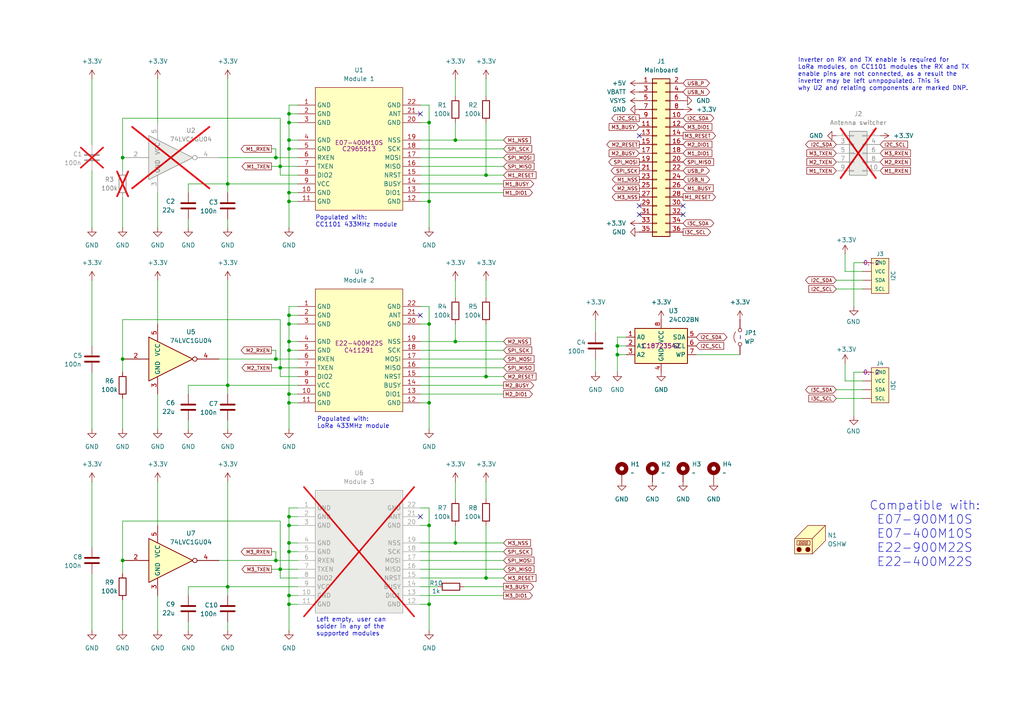
<source format=kicad_sch>
(kicad_sch (version 20250114) (generator "eeschema") (generator_version "9.0")
  (paper "A4")
  (title_block (title "Tanmatsu add-on: three EBYTE radio modules") (date "2025-05-16") (rev "0.1") (company "Nicolai Electronics") (comment 1 "License: CERN-OHL-P") (comment 2 "Copyright © 2025 Nicolai Electronics"))
  (text "Inverter on RX and TX enable is required for\nLoRa modules, on CC1101 modules the RX and TX\nenable pins are not connected, as a result the\ninverter may be left unnpopulated. This is\nwhy U2 and relating components are marked DNP." (at 231.394 16.764 0) (effects (font (size 1.27 1.27)) (justify left top)))
  (text "Compatible with:\nE07-900M10S\nE07-400M10S\nE22-900M22S\nE22-400M22S" (at 268.224 154.94 0) (effects (font (size 2.54 2.54))))
  (text "Left empty, user can\nsolder in any of the\nsupported modules" (at 91.694 179.07 0) (effects (font (size 1.27 1.27)) (justify left top)))
  (text "Populated with:\nLoRa 433MHz module" (at 91.948 120.904 0) (effects (font (size 1.27 1.27)) (justify left top)))
  (text "Populated with:\nCC1101 433MHz module" (at 91.44 62.484 0) (effects (font (size 1.27 1.27)) (justify left top)))
  (junction (at 124.46 93.98))
  (junction (at 83.82 114.3))
  (junction (at 83.82 58.42))
  (junction (at 81.28 106.68))
  (junction (at 83.82 160.02))
  (junction (at 83.82 35.56))
  (junction (at 140.97 167.64))
  (junction (at 83.82 172.72))
  (junction (at 83.82 55.88))
  (junction (at 83.82 116.84))
  (junction (at 80.01 104.14))
  (junction (at 140.97 109.22))
  (junction (at 83.82 93.98))
  (junction (at 66.04 53.34))
  (junction (at 83.82 101.6))
  (junction (at 132.08 99.06))
  (junction (at 81.28 165.1))
  (junction (at 35.56 162.56))
  (junction (at 83.82 91.44))
  (junction (at 83.82 149.86))
  (junction (at 83.82 40.64))
  (junction (at 66.04 111.76))
  (junction (at 66.04 170.18))
  (junction (at 83.82 152.4))
  (junction (at 80.01 45.72))
  (junction (at 132.08 157.48))
  (junction (at 80.01 162.56))
  (junction (at 83.82 99.06))
  (junction (at 124.46 58.42))
  (junction (at 132.08 40.64))
  (junction (at 124.46 35.56))
  (junction (at 83.82 175.26))
  (junction (at 83.82 43.18))
  (junction (at 124.46 175.26))
  (junction (at 179.07 100.33))
  (junction (at 124.46 116.84))
  (junction (at 124.46 152.4))
  (junction (at 35.56 104.14))
  (junction (at 140.97 50.8))
  (junction (at 83.82 157.48))
  (junction (at 35.56 45.72))
  (junction (at 179.07 102.87))
  (junction (at 83.82 33.02))
  (junction (at 81.28 48.26))
  (no_connect (at 121.92 91.44))
  (no_connect (at 185.42 59.69))
  (no_connect (at 121.92 149.86))
  (no_connect (at 198.12 62.23))
  (no_connect (at 185.42 62.23))
  (no_connect (at 185.42 39.37))
  (no_connect (at 121.92 33.02))
  (no_connect (at 198.12 59.69))
  (wire (pts (xy 66.04 81.28) (xy 66.04 111.76)))
  (wire (pts (xy 132.08 40.64) (xy 146.05 40.64)))
  (wire (pts (xy 121.92 35.56) (xy 124.46 35.56)))
  (wire (pts (xy 121.92 111.76) (xy 146.05 111.76)))
  (wire (pts (xy 66.04 66.04) (xy 66.04 63.5)))
  (wire (pts (xy 66.04 114.3) (xy 66.04 111.76)))
  (wire (pts (xy 247.65 107.95) (xy 247.65 120.65)))
  (wire (pts (xy 80.01 45.72) (xy 86.36 45.72)))
  (wire (pts (xy 83.82 172.72) (xy 86.36 172.72)))
  (wire (pts (xy 35.56 162.56) (xy 35.56 166.37)))
  (wire (pts (xy 245.11 73.66) (xy 245.11 78.74)))
  (wire (pts (xy 66.04 53.34) (xy 86.36 53.34)))
  (wire (pts (xy 179.07 100.33) (xy 179.07 97.79)))
  (wire (pts (xy 121.92 58.42) (xy 124.46 58.42)))
  (wire (pts (xy 121.92 99.06) (xy 132.08 99.06)))
  (wire (pts (xy 172.72 107.95) (xy 172.72 104.14)))
  (wire (pts (xy 83.82 58.42) (xy 83.82 66.04)))
  (wire (pts (xy 81.28 165.1) (xy 81.28 151.13)))
  (wire (pts (xy 83.82 35.56) (xy 83.82 40.64)))
  (wire (pts (xy 124.46 93.98) (xy 124.46 116.84)))
  (wire (pts (xy 83.82 149.86) (xy 86.36 149.86)))
  (wire (pts (xy 45.72 22.86) (xy 45.72 35.56)))
  (wire (pts (xy 132.08 157.48) (xy 146.05 157.48)))
  (wire (pts (xy 83.82 147.32) (xy 83.82 149.86)))
  (wire (pts (xy 146.05 170.18) (xy 134.62 170.18)))
  (wire (pts (xy 242.57 115.57) (xy 250.19 115.57)))
  (wire (pts (xy 83.82 43.18) (xy 86.36 43.18)))
  (wire (pts (xy 83.82 157.48) (xy 86.36 157.48)))
  (wire (pts (xy 78.74 160.02) (xy 80.01 160.02)))
  (wire (pts (xy 83.82 88.9) (xy 86.36 88.9)))
  (wire (pts (xy 26.67 81.28) (xy 26.67 100.33)))
  (wire (pts (xy 26.67 166.37) (xy 26.67 182.88)))
  (wire (pts (xy 179.07 102.87) (xy 179.07 100.33)))
  (wire (pts (xy 83.82 147.32) (xy 86.36 147.32)))
  (wire (pts (xy 121.92 160.02) (xy 146.05 160.02)))
  (wire (pts (xy 121.92 157.48) (xy 132.08 157.48)))
  (wire (pts (xy 121.92 88.9) (xy 124.46 88.9)))
  (wire (pts (xy 121.92 147.32) (xy 124.46 147.32)))
  (wire (pts (xy 81.28 106.68) (xy 81.28 92.71)))
  (wire (pts (xy 242.57 83.82) (xy 250.19 83.82)))
  (wire (pts (xy 83.82 99.06) (xy 83.82 101.6)))
  (wire (pts (xy 124.46 35.56) (xy 124.46 58.42)))
  (wire (pts (xy 26.67 107.95) (xy 26.67 124.46)))
  (wire (pts (xy 83.82 91.44) (xy 83.82 93.98)))
  (wire (pts (xy 66.04 170.18) (xy 86.36 170.18)))
  (wire (pts (xy 124.46 152.4) (xy 124.46 175.26)))
  (wire (pts (xy 81.28 167.64) (xy 86.36 167.64)))
  (wire (pts (xy 54.61 111.76) (xy 54.61 114.3)))
  (wire (pts (xy 81.28 48.26) (xy 81.28 50.8)))
  (wire (pts (xy 121.92 53.34) (xy 146.05 53.34)))
  (wire (pts (xy 250.19 76.2) (xy 247.65 76.2)))
  (wire (pts (xy 83.82 55.88) (xy 86.36 55.88)))
  (wire (pts (xy 250.19 107.95) (xy 247.65 107.95)))
  (wire (pts (xy 66.04 182.88) (xy 66.04 180.34)))
  (wire (pts (xy 35.56 104.14) (xy 35.56 107.95)))
  (wire (pts (xy 81.28 50.8) (xy 86.36 50.8)))
  (wire (pts (xy 81.28 109.22) (xy 86.36 109.22)))
  (wire (pts (xy 201.93 102.87) (xy 214.63 102.87)))
  (wire (pts (xy 121.92 93.98) (xy 124.46 93.98)))
  (wire (pts (xy 63.5 162.56) (xy 80.01 162.56)))
  (wire (pts (xy 78.74 101.6) (xy 80.01 101.6)))
  (wire (pts (xy 179.07 100.33) (xy 181.61 100.33)))
  (wire (pts (xy 124.46 58.42) (xy 124.46 66.04)))
  (wire (pts (xy 81.28 165.1) (xy 81.28 167.64)))
  (wire (pts (xy 124.46 30.48) (xy 124.46 35.56)))
  (wire (pts (xy 132.08 22.86) (xy 132.08 27.94)))
  (wire (pts (xy 81.28 106.68) (xy 86.36 106.68)))
  (wire (pts (xy 121.92 165.1) (xy 146.05 165.1)))
  (wire (pts (xy 78.74 48.26) (xy 81.28 48.26)))
  (wire (pts (xy 121.92 50.8) (xy 140.97 50.8)))
  (wire (pts (xy 132.08 139.7) (xy 132.08 144.78)))
  (wire (pts (xy 140.97 35.56) (xy 140.97 50.8)))
  (wire (pts (xy 132.08 81.28) (xy 132.08 86.36)))
  (wire (pts (xy 63.5 104.14) (xy 80.01 104.14)))
  (wire (pts (xy 81.28 106.68) (xy 81.28 109.22)))
  (wire (pts (xy 35.56 92.71) (xy 81.28 92.71)))
  (wire (pts (xy 66.04 22.86) (xy 66.04 53.34)))
  (wire (pts (xy 83.82 160.02) (xy 86.36 160.02)))
  (wire (pts (xy 80.01 101.6) (xy 80.01 104.14)))
  (wire (pts (xy 83.82 160.02) (xy 83.82 172.72)))
  (wire (pts (xy 140.97 139.7) (xy 140.97 144.78)))
  (wire (pts (xy 83.82 40.64) (xy 86.36 40.64)))
  (wire (pts (xy 140.97 22.86) (xy 140.97 27.94)))
  (wire (pts (xy 35.56 45.72) (xy 35.56 49.53)))
  (wire (pts (xy 124.46 175.26) (xy 124.46 182.88)))
  (wire (pts (xy 54.61 111.76) (xy 66.04 111.76)))
  (wire (pts (xy 83.82 114.3) (xy 86.36 114.3)))
  (wire (pts (xy 78.74 43.18) (xy 80.01 43.18)))
  (wire (pts (xy 83.82 116.84) (xy 83.82 124.46)))
  (wire (pts (xy 80.01 104.14) (xy 86.36 104.14)))
  (wire (pts (xy 83.82 35.56) (xy 86.36 35.56)))
  (wire (pts (xy 140.97 81.28) (xy 140.97 86.36)))
  (wire (pts (xy 54.61 170.18) (xy 66.04 170.18)))
  (wire (pts (xy 66.04 172.72) (xy 66.04 170.18)))
  (wire (pts (xy 54.61 53.34) (xy 54.61 55.88)))
  (wire (pts (xy 35.56 115.57) (xy 35.56 124.46)))
  (wire (pts (xy 121.92 45.72) (xy 146.05 45.72)))
  (wire (pts (xy 54.61 180.34) (xy 54.61 182.88)))
  (wire (pts (xy 26.67 49.53) (xy 26.67 66.04)))
  (wire (pts (xy 66.04 124.46) (xy 66.04 121.92)))
  (wire (pts (xy 83.82 40.64) (xy 83.82 43.18)))
  (wire (pts (xy 80.01 43.18) (xy 80.01 45.72)))
  (wire (pts (xy 83.82 175.26) (xy 83.82 182.88)))
  (wire (pts (xy 83.82 93.98) (xy 83.82 99.06)))
  (wire (pts (xy 121.92 101.6) (xy 146.05 101.6)))
  (wire (pts (xy 45.72 124.46) (xy 45.72 114.3)))
  (wire (pts (xy 140.97 93.98) (xy 140.97 109.22)))
  (wire (pts (xy 80.01 162.56) (xy 86.36 162.56)))
  (wire (pts (xy 132.08 35.56) (xy 132.08 40.64)))
  (wire (pts (xy 121.92 162.56) (xy 146.05 162.56)))
  (wire (pts (xy 247.65 76.2) (xy 247.65 88.9)))
  (wire (pts (xy 26.67 22.86) (xy 26.67 41.91)))
  (wire (pts (xy 81.28 48.26) (xy 86.36 48.26)))
  (wire (pts (xy 54.61 170.18) (xy 54.61 172.72)))
  (wire (pts (xy 121.92 40.64) (xy 132.08 40.64)))
  (wire (pts (xy 132.08 152.4) (xy 132.08 157.48)))
  (wire (pts (xy 83.82 114.3) (xy 83.82 116.84)))
  (wire (pts (xy 83.82 55.88) (xy 83.82 58.42)))
  (wire (pts (xy 35.56 151.13) (xy 35.56 162.56)))
  (wire (pts (xy 54.61 53.34) (xy 66.04 53.34)))
  (wire (pts (xy 66.04 111.76) (xy 86.36 111.76)))
  (wire (pts (xy 83.82 88.9) (xy 83.82 91.44)))
  (wire (pts (xy 54.61 63.5) (xy 54.61 66.04)))
  (wire (pts (xy 121.92 109.22) (xy 140.97 109.22)))
  (wire (pts (xy 124.46 88.9) (xy 124.46 93.98)))
  (wire (pts (xy 66.04 55.88) (xy 66.04 53.34)))
  (wire (pts (xy 66.04 139.7) (xy 66.04 170.18)))
  (wire (pts (xy 242.57 81.28) (xy 250.19 81.28)))
  (wire (pts (xy 35.56 34.29) (xy 35.56 45.72)))
  (wire (pts (xy 121.92 30.48) (xy 124.46 30.48)))
  (wire (pts (xy 121.92 48.26) (xy 146.05 48.26)))
  (wire (pts (xy 124.46 116.84) (xy 124.46 124.46)))
  (wire (pts (xy 63.5 45.72) (xy 80.01 45.72)))
  (wire (pts (xy 242.57 113.03) (xy 250.19 113.03)))
  (wire (pts (xy 83.82 152.4) (xy 86.36 152.4)))
  (wire (pts (xy 121.92 114.3) (xy 146.05 114.3)))
  (wire (pts (xy 121.92 55.88) (xy 146.05 55.88)))
  (wire (pts (xy 54.61 121.92) (xy 54.61 124.46)))
  (wire (pts (xy 121.92 152.4) (xy 124.46 152.4)))
  (wire (pts (xy 35.56 92.71) (xy 35.56 104.14)))
  (wire (pts (xy 78.74 165.1) (xy 81.28 165.1)))
  (wire (pts (xy 83.82 101.6) (xy 83.82 114.3)))
  (wire (pts (xy 121.92 167.64) (xy 140.97 167.64)))
  (wire (pts (xy 121.92 106.68) (xy 146.05 106.68)))
  (wire (pts (xy 35.56 173.99) (xy 35.56 182.88)))
  (wire (pts (xy 78.74 106.68) (xy 81.28 106.68)))
  (wire (pts (xy 140.97 109.22) (xy 146.05 109.22)))
  (wire (pts (xy 81.28 165.1) (xy 86.36 165.1)))
  (wire (pts (xy 132.08 93.98) (xy 132.08 99.06)))
  (wire (pts (xy 35.56 151.13) (xy 81.28 151.13)))
  (wire (pts (xy 179.07 102.87) (xy 181.61 102.87)))
  (wire (pts (xy 83.82 101.6) (xy 86.36 101.6)))
  (wire (pts (xy 245.11 105.41) (xy 245.11 110.49)))
  (wire (pts (xy 45.72 182.88) (xy 45.72 172.72)))
  (wire (pts (xy 35.56 57.15) (xy 35.56 66.04)))
  (wire (pts (xy 83.82 116.84) (xy 86.36 116.84)))
  (wire (pts (xy 83.82 33.02) (xy 83.82 35.56)))
  (wire (pts (xy 83.82 30.48) (xy 83.82 33.02)))
  (wire (pts (xy 83.82 58.42) (xy 86.36 58.42)))
  (wire (pts (xy 83.82 33.02) (xy 86.36 33.02)))
  (wire (pts (xy 121.92 116.84) (xy 124.46 116.84)))
  (wire (pts (xy 140.97 152.4) (xy 140.97 167.64)))
  (wire (pts (xy 80.01 160.02) (xy 80.01 162.56)))
  (wire (pts (xy 179.07 97.79) (xy 181.61 97.79)))
  (wire (pts (xy 83.82 172.72) (xy 83.82 175.26)))
  (wire (pts (xy 83.82 99.06) (xy 86.36 99.06)))
  (wire (pts (xy 83.82 149.86) (xy 83.82 152.4)))
  (wire (pts (xy 121.92 104.14) (xy 146.05 104.14)))
  (wire (pts (xy 83.82 175.26) (xy 86.36 175.26)))
  (wire (pts (xy 83.82 91.44) (xy 86.36 91.44)))
  (wire (pts (xy 250.19 110.49) (xy 245.11 110.49)))
  (wire (pts (xy 121.92 175.26) (xy 124.46 175.26)))
  (wire (pts (xy 35.56 34.29) (xy 81.28 34.29)))
  (wire (pts (xy 45.72 66.04) (xy 45.72 55.88)))
  (wire (pts (xy 250.19 78.74) (xy 245.11 78.74)))
  (wire (pts (xy 132.08 99.06) (xy 146.05 99.06)))
  (wire (pts (xy 121.92 43.18) (xy 146.05 43.18)))
  (wire (pts (xy 121.92 170.18) (xy 127 170.18)))
  (wire (pts (xy 83.82 93.98) (xy 86.36 93.98)))
  (wire (pts (xy 179.07 107.95) (xy 179.07 102.87)))
  (wire (pts (xy 81.28 48.26) (xy 81.28 34.29)))
  (wire (pts (xy 172.72 92.71) (xy 172.72 96.52)))
  (wire (pts (xy 45.72 139.7) (xy 45.72 152.4)))
  (wire (pts (xy 83.82 152.4) (xy 83.82 157.48)))
  (wire (pts (xy 45.72 81.28) (xy 45.72 93.98)))
  (wire (pts (xy 124.46 147.32) (xy 124.46 152.4)))
  (wire (pts (xy 121.92 172.72) (xy 146.05 172.72)))
  (wire (pts (xy 140.97 167.64) (xy 146.05 167.64)))
  (wire (pts (xy 83.82 43.18) (xy 83.82 55.88)))
  (wire (pts (xy 83.82 30.48) (xy 86.36 30.48)))
  (wire (pts (xy 83.82 157.48) (xy 83.82 160.02)))
  (wire (pts (xy 26.67 139.7) (xy 26.67 158.75)))
  (wire (pts (xy 140.97 50.8) (xy 146.05 50.8)))
  (global_label "M3_DIO1" (shape output) (at 146.05 172.72 0) (effects (font (size 1.016 1.016))) (property "Intersheetrefs" "${INTERSHEET_REFS}" (effects (hide yes))))
  (global_label "M2_RESET" (shape output) (at 185.42 41.91 180) (effects (font (size 1.016 1.016))) (property "Intersheetrefs" "${INTERSHEET_REFS}" (effects (hide yes))))
  (global_label "I2C_SCL" (shape input) (at 242.57 83.82 180) (effects (font (size 1.016 1.016))) (property "Intersheetrefs" "${INTERSHEET_REFS}" (effects (hide yes))))
  (global_label "USB_P" (shape bidirectional) (at 198.12 24.13 0) (effects (font (size 1.016 1.016))) (property "Intersheetrefs" "${INTERSHEET_REFS}" (effects (hide yes))))
  (global_label "M3_RESET" (shape input) (at 146.05 167.64 0) (effects (font (size 1.016 1.016))) (property "Intersheetrefs" "${INTERSHEET_REFS}" (effects (hide yes))))
  (global_label "USB_N" (shape bidirectional) (at 198.12 26.67 0) (effects (font (size 1.016 1.016))) (property "Intersheetrefs" "${INTERSHEET_REFS}" (effects (hide yes))))
  (global_label "M1_DIO1" (shape output) (at 146.05 55.88 0) (effects (font (size 1.016 1.016))) (property "Intersheetrefs" "${INTERSHEET_REFS}" (effects (hide yes))))
  (global_label "SPI_MOSI" (shape input) (at 146.05 45.72 0) (effects (font (size 1.016 1.016))) (property "Intersheetrefs" "${INTERSHEET_REFS}" (effects (hide yes))))
  (global_label "I3C_SCL" (shape output) (at 198.12 67.31 0) (effects (font (size 1.016 1.016))) (property "Intersheetrefs" "${INTERSHEET_REFS}" (effects (hide yes))))
  (global_label "M2_TXEN" (shape input) (at 242.57 46.99 180) (effects (font (size 1.016 1.016))) (property "Intersheetrefs" "${INTERSHEET_REFS}" (effects (hide yes))))
  (global_label "M1_RESET" (shape input) (at 146.05 50.8 0) (effects (font (size 1.016 1.016))) (property "Intersheetrefs" "${INTERSHEET_REFS}" (effects (hide yes))))
  (global_label "M2_DIO1" (shape input) (at 198.12 41.91 0) (effects (font (size 1.016 1.016))) (property "Intersheetrefs" "${INTERSHEET_REFS}" (effects (hide yes))))
  (global_label "SPI_MISO" (shape input) (at 146.05 106.68 0) (effects (font (size 1.016 1.016))) (property "Intersheetrefs" "${INTERSHEET_REFS}" (effects (hide yes))))
  (global_label "M2_BUSY" (shape output) (at 146.05 111.76 0) (effects (font (size 1.016 1.016))) (property "Intersheetrefs" "${INTERSHEET_REFS}" (effects (hide yes))))
  (global_label "I3C_SDA" (shape bidirectional) (at 242.57 113.03 180) (effects (font (size 1.016 1.016))) (property "Intersheetrefs" "${INTERSHEET_REFS}" (effects (hide yes))))
  (global_label "M3_NSS" (shape output) (at 185.42 57.15 180) (effects (font (size 1.016 1.016))) (property "Intersheetrefs" "${INTERSHEET_REFS}" (effects (hide yes))))
  (global_label "M1_DIO1" (shape input) (at 198.12 44.45 0) (effects (font (size 1.016 1.016))) (property "Intersheetrefs" "${INTERSHEET_REFS}" (effects (hide yes))))
  (global_label "M2_RXEN" (shape input) (at 255.27 46.99 0) (effects (font (size 1.016 1.016))) (property "Intersheetrefs" "${INTERSHEET_REFS}" (effects (hide yes))))
  (global_label "SPI_MISO" (shape input) (at 198.12 46.99 0) (effects (font (size 1.016 1.016))) (property "Intersheetrefs" "${INTERSHEET_REFS}" (effects (hide yes))))
  (global_label "M3_BUSY" (shape output) (at 146.05 170.18 0) (effects (font (size 1.016 1.016))) (property "Intersheetrefs" "${INTERSHEET_REFS}" (effects (hide yes))))
  (global_label "M3_TXEN" (shape input) (at 242.57 44.45 180) (effects (font (size 1.016 1.016))) (property "Intersheetrefs" "${INTERSHEET_REFS}" (effects (hide yes))))
  (global_label "I2C_SCL" (shape output) (at 185.42 34.29 180) (effects (font (size 1.016 1.016))) (property "Intersheetrefs" "${INTERSHEET_REFS}" (effects (hide yes))))
  (global_label "M2_NSS" (shape input) (at 146.05 99.06 0) (effects (font (size 1.016 1.016))) (property "Intersheetrefs" "${INTERSHEET_REFS}" (effects (hide yes))))
  (global_label "I2C_SCL" (shape input) (at 201.93 100.33 0) (effects (font (size 1.016 1.016))) (property "Intersheetrefs" "${INTERSHEET_REFS}" (effects (hide yes))))
  (global_label "M1_RESET" (shape output) (at 198.12 57.15 0) (effects (font (size 1.016 1.016))) (property "Intersheetrefs" "${INTERSHEET_REFS}" (effects (hide yes))))
  (global_label "I2C_SDA" (shape bidirectional) (at 198.12 34.29 0) (effects (font (size 1.016 1.016))) (property "Intersheetrefs" "${INTERSHEET_REFS}" (effects (hide yes))))
  (global_label "I2C_SCL" (shape input) (at 255.27 41.91 0) (effects (font (size 1.016 1.016))) (property "Intersheetrefs" "${INTERSHEET_REFS}" (effects (hide yes))))
  (global_label "M1_RXEN" (shape input) (at 255.27 49.53 0) (effects (font (size 1.016 1.016))) (property "Intersheetrefs" "${INTERSHEET_REFS}" (effects (hide yes))))
  (global_label "M1_TXEN" (shape output) (at 78.74 48.26 180) (effects (font (size 1.016 1.016))) (property "Intersheetrefs" "${INTERSHEET_REFS}" (effects (hide yes))))
  (global_label "USB_P" (shape bidirectional) (at 198.12 49.53 0) (effects (font (size 1.016 1.016))) (property "Intersheetrefs" "${INTERSHEET_REFS}" (effects (hide yes))))
  (global_label "M2_BUSY" (shape input) (at 185.42 44.45 180) (effects (font (size 1.016 1.016))) (property "Intersheetrefs" "${INTERSHEET_REFS}" (effects (hide yes))))
  (global_label "M3_NSS" (shape input) (at 146.05 157.48 0) (effects (font (size 1.016 1.016))) (property "Intersheetrefs" "${INTERSHEET_REFS}" (effects (hide yes))))
  (global_label "M3_DIO1" (shape input) (at 198.12 36.83 0) (effects (font (size 1.016 1.016))) (property "Intersheetrefs" "${INTERSHEET_REFS}" (effects (hide yes))))
  (global_label "USB_N" (shape bidirectional) (at 198.12 52.07 0) (effects (font (size 1.016 1.016))) (property "Intersheetrefs" "${INTERSHEET_REFS}" (effects (hide yes))))
  (global_label "SPI_SCK" (shape input) (at 146.05 43.18 0) (effects (font (size 1.016 1.016))) (property "Intersheetrefs" "${INTERSHEET_REFS}" (effects (hide yes))))
  (global_label "I2C_SDA" (shape bidirectional) (at 201.93 97.79 0) (effects (font (size 1.016 1.016))) (property "Intersheetrefs" "${INTERSHEET_REFS}" (effects (hide yes))))
  (global_label "M3_BUSY" (shape input) (at 185.42 36.83 180) (effects (font (size 1.016 1.016))) (property "Intersheetrefs" "${INTERSHEET_REFS}" (effects (hide yes))))
  (global_label "I2C_SDA" (shape bidirectional) (at 242.57 41.91 180) (effects (font (size 1.016 1.016))) (property "Intersheetrefs" "${INTERSHEET_REFS}" (effects (hide yes))))
  (global_label "M2_DIO1" (shape output) (at 146.05 114.3 0) (effects (font (size 1.016 1.016))) (property "Intersheetrefs" "${INTERSHEET_REFS}" (effects (hide yes))))
  (global_label "M3_RXEN" (shape input) (at 255.27 44.45 0) (effects (font (size 1.016 1.016))) (property "Intersheetrefs" "${INTERSHEET_REFS}" (effects (hide yes))))
  (global_label "M1_TXEN" (shape input) (at 242.57 49.53 180) (effects (font (size 1.016 1.016))) (property "Intersheetrefs" "${INTERSHEET_REFS}" (effects (hide yes))))
  (global_label "I3C_SCL" (shape input) (at 242.57 115.57 180) (effects (font (size 1.016 1.016))) (property "Intersheetrefs" "${INTERSHEET_REFS}" (effects (hide yes))))
  (global_label "M3_RXEN" (shape output) (at 78.74 160.02 180) (effects (font (size 1.016 1.016))) (property "Intersheetrefs" "${INTERSHEET_REFS}" (effects (hide yes))))
  (global_label "M2_RXEN" (shape output) (at 78.74 101.6 180) (effects (font (size 1.016 1.016))) (property "Intersheetrefs" "${INTERSHEET_REFS}" (effects (hide yes))))
  (global_label "M1_RXEN" (shape output) (at 78.74 43.18 180) (effects (font (size 1.016 1.016))) (property "Intersheetrefs" "${INTERSHEET_REFS}" (effects (hide yes))))
  (global_label "SPI_SCK" (shape input) (at 146.05 101.6 0) (effects (font (size 1.016 1.016))) (property "Intersheetrefs" "${INTERSHEET_REFS}" (effects (hide yes))))
  (global_label "M2_RESET" (shape input) (at 146.05 109.22 0) (effects (font (size 1.016 1.016))) (property "Intersheetrefs" "${INTERSHEET_REFS}" (effects (hide yes))))
  (global_label "SPI_MOSI" (shape input) (at 146.05 104.14 0) (effects (font (size 1.016 1.016))) (property "Intersheetrefs" "${INTERSHEET_REFS}" (effects (hide yes))))
  (global_label "M2_NSS" (shape output) (at 185.42 54.61 180) (effects (font (size 1.016 1.016))) (property "Intersheetrefs" "${INTERSHEET_REFS}" (effects (hide yes))))
  (global_label "SPI_SCK" (shape output) (at 185.42 49.53 180) (effects (font (size 1.016 1.016))) (property "Intersheetrefs" "${INTERSHEET_REFS}" (effects (hide yes))))
  (global_label "M1_BUSY" (shape output) (at 146.05 53.34 0) (effects (font (size 1.016 1.016))) (property "Intersheetrefs" "${INTERSHEET_REFS}" (effects (hide yes))))
  (global_label "SPI_MISO" (shape input) (at 146.05 165.1 0) (effects (font (size 1.016 1.016))) (property "Intersheetrefs" "${INTERSHEET_REFS}" (effects (hide yes))))
  (global_label "I3C_SDA" (shape bidirectional) (at 198.12 64.77 0) (effects (font (size 1.016 1.016))) (property "Intersheetrefs" "${INTERSHEET_REFS}" (effects (hide yes))))
  (global_label "SPI_MOSI" (shape output) (at 185.42 46.99 180) (effects (font (size 1.016 1.016))) (property "Intersheetrefs" "${INTERSHEET_REFS}" (effects (hide yes))))
  (global_label "M3_TXEN" (shape output) (at 78.74 165.1 180) (effects (font (size 1.016 1.016))) (property "Intersheetrefs" "${INTERSHEET_REFS}" (effects (hide yes))))
  (global_label "M1_NSS" (shape input) (at 146.05 40.64 0) (effects (font (size 1.016 1.016))) (property "Intersheetrefs" "${INTERSHEET_REFS}" (effects (hide yes))))
  (global_label "M3_RESET" (shape output) (at 198.12 39.37 0) (effects (font (size 1.016 1.016))) (property "Intersheetrefs" "${INTERSHEET_REFS}" (effects (hide yes))))
  (global_label "SPI_SCK" (shape input) (at 146.05 160.02 0) (effects (font (size 1.016 1.016))) (property "Intersheetrefs" "${INTERSHEET_REFS}" (effects (hide yes))))
  (global_label "SPI_MISO" (shape input) (at 146.05 48.26 0) (effects (font (size 1.016 1.016))) (property "Intersheetrefs" "${INTERSHEET_REFS}" (effects (hide yes))))
  (global_label "I2C_SDA" (shape bidirectional) (at 242.57 81.28 180) (effects (font (size 1.016 1.016))) (property "Intersheetrefs" "${INTERSHEET_REFS}" (effects (hide yes))))
  (global_label "M1_NSS" (shape output) (at 185.42 52.07 180) (effects (font (size 1.016 1.016))) (property "Intersheetrefs" "${INTERSHEET_REFS}" (effects (hide yes))))
  (global_label "SPI_MOSI" (shape input) (at 146.05 162.56 0) (effects (font (size 1.016 1.016))) (property "Intersheetrefs" "${INTERSHEET_REFS}" (effects (hide yes))))
  (global_label "M2_TXEN" (shape output) (at 78.74 106.68 180) (effects (font (size 1.016 1.016))) (property "Intersheetrefs" "${INTERSHEET_REFS}" (effects (hide yes))))
  (global_label "M1_BUSY" (shape input) (at 198.12 54.61 0) (effects (font (size 1.016 1.016))) (property "Intersheetrefs" "${INTERSHEET_REFS}" (effects (hide yes))))
  (symbol (lib_id "power:+3.3V") (at 66.04 139.7 0) (unit 1)
    (property "Reference" "#PWR047" (effects (hide yes)))
    (property "Value" "+3.3V" (at 66.04 134.62 0))
    (property "Description" "Power symbol creates a global label with name \"+3.3V\"" (effects (hide yes)))
  )
  (symbol (lib_id "power:GNDA") (at 26.67 124.46 0) (unit 1)
    (property "Reference" "#PWR037" (effects (hide yes)))
    (property "Value" "GND" (at 26.67 129.54 0))
    (property "Description" "Power symbol creates a global label with name \"GNDA\" , analog ground" (effects (hide yes)))
  )
  (symbol (lib_id "Device:C") (at 26.67 162.56 0) (mirror y) (unit 1)
    (property "Reference" "C8" (at 23.876 161.544 0) (effects (justify left)))
    (property "Value" "100n" (at 23.622 164.084 0) (effects (justify left)))
    (property "Footprint" "Capacitor_SMD:C_0402_1005Metric" (effects (hide yes)))
    (property "Datasheet" "https://datasheet.lcsc.com/lcsc/2304140030_Samsung-Electro-Mechanics-CL05B104KB54PNC_C307331.pdf" (effects (hide yes)))
    (property "LCSC" "C307331" (effects (hide yes)))
  )
  (symbol (lib_id "power:GNDA") (at 35.56 66.04 0) (unit 1)
    (property "Reference" "#PWR016" (effects (hide yes)))
    (property "Value" "GND" (at 35.56 71.12 0))
    (property "Description" "Power symbol creates a global label with name \"GNDA\" , analog ground" (effects (hide yes)))
  )
  (symbol (lib_id "power:+3.3V") (at 132.08 81.28 0) (unit 1)
    (property "Reference" "#PWR026" (effects (hide yes)))
    (property "Value" "+3.3V" (at 132.08 76.2 0))
    (property "Description" "Power symbol creates a global label with name \"+3.3V\"" (effects (hide yes)))
  )
  (symbol (lib_id "Device:C") (at 66.04 118.11 0) (mirror y) (unit 1)
    (property "Reference" "C7" (at 63.246 117.094 0) (effects (justify left)))
    (property "Value" "100n" (at 62.992 119.634 0) (effects (justify left)))
    (property "Footprint" "Capacitor_SMD:C_0402_1005Metric" (effects (hide yes)))
    (property "Datasheet" "https://datasheet.lcsc.com/lcsc/2304140030_Samsung-Electro-Mechanics-CL05B104KB54PNC_C307331.pdf" (effects (hide yes)))
    (property "LCSC" "C307331" (effects (hide yes)))
  )
  (symbol (lib_id "power:GNDA") (at 54.61 182.88 0) (unit 1)
    (property "Reference" "#PWR053" (effects (hide yes)))
    (property "Value" "GND" (at 54.61 187.96 0))
    (property "Description" "Power symbol creates a global label with name \"GNDA\" , analog ground" (effects (hide yes)))
  )
  (symbol (lib_id "power:GND") (at 185.42 67.31 270) (unit 1)
    (property "Reference" "#PWR022" (effects (hide yes)))
    (property "Value" "GND" (at 181.61 67.3099 90) (effects (justify right)))
    (property "Description" "Power symbol creates a global label with name \"GND\" , ground" (effects (hide yes)))
  )
  (symbol (lib_id "Connector_Generic:Conn_02x18_Odd_Even") (at 190.5 44.45 0) (unit 1)
    (property "Reference" "J1" (at 191.77 17.78 0))
    (property "Value" "Mainboard" (at 191.77 20.32 0))
    (property "Footprint" "Connector_PinHeader_2.54mm:PinHeader_2x18_P2.54mm_Vertical_SMD" (effects (hide yes)))
    (property "Datasheet" "https://jlcpcb.com/partdetail/HanboElectronic-HB_PH9254218PB2GOP/C6332243" (effects (hide yes)))
    (property "LCSC" "C6332243" (effects (hide yes)))
  )
  (symbol (lib_id "symbols:QWIIC_MCH") (at 252.73 107.95 180) (unit 1)
    (property "Reference" "J4" (at 255.27 105.41 0) (effects (font (size 1.143 1.143))))
    (property "Value" "I3C" (at 259.08 111.76 90) (effects (font (size 1.143 1.143))))
    (property "Footprint" "library:1X04_1MM_RA_GND" (effects (hide yes)))
    (property "Datasheet" "https://datasheet.lcsc.com/lcsc/1811151533_JST-Sales-America-SM04B-SRSS-TB-LF-SN_C160404.pdf" (effects (hide yes)))
    (property "LCSC" "C7433425" (effects (hide yes)))
    (property "FT Position Offset" "0,-2" (at 252.73 107.95 0))
  )
  (symbol (lib_id "power:+3.3V") (at 45.72 22.86 0) (unit 1)
    (property "Reference" "#PWR02" (effects (hide yes)))
    (property "Value" "+3.3V" (at 45.72 17.78 0))
    (property "Description" "Power symbol creates a global label with name \"+3.3V\"" (effects (hide yes)))
  )
  (symbol (lib_id "power:GND") (at 180.34 139.7 0) (unit 1)
    (property "Reference" "#PWR058" (effects (hide yes)))
    (property "Value" "GND" (at 180.34 144.78 0))
    (property "Description" "Power symbol creates a global label with name \"GND\" , ground" (effects (hide yes)))
  )
  (symbol (lib_id "symbols:R") (at 140.97 31.75 0) (mirror x) (unit 1)
    (property "Reference" "R2" (at 137.16 30.48 0))
    (property "Value" "100k" (at 137.16 33.02 0))
    (property "Footprint" "Resistor_SMD:R_0402_1005Metric" (effects (hide yes)))
    (property "Datasheet" "https://datasheet.lcsc.com/lcsc/2110260030_UNI-ROYAL-Uniroyal-Elec-0402WGF1003TCE_C25741.pdf" (effects (hide yes)))
    (property "LCSC" "C25741" (effects (hide yes)))
  )
  (symbol (lib_id "power:+3.3V") (at 66.04 81.28 0) (unit 1)
    (property "Reference" "#PWR025" (effects (hide yes)))
    (property "Value" "+3.3V" (at 66.04 76.2 0))
    (property "Description" "Power symbol creates a global label with name \"+3.3V\"" (effects (hide yes)))
  )
  (symbol (lib_id "power:+3.3V") (at 45.72 81.28 0) (unit 1)
    (property "Reference" "#PWR024" (effects (hide yes)))
    (property "Value" "+3.3V" (at 45.72 76.2 0))
    (property "Description" "Power symbol creates a global label with name \"+3.3V\"" (effects (hide yes)))
  )
  (symbol (lib_id "power:+3.3V") (at 132.08 22.86 0) (unit 1)
    (property "Reference" "#PWR04" (effects (hide yes)))
    (property "Value" "+3.3V" (at 132.08 17.78 0))
    (property "Description" "Power symbol creates a global label with name \"+3.3V\"" (effects (hide yes)))
  )
  (symbol (lib_id "power:GND") (at 124.46 182.88 0) (unit 1)
    (property "Reference" "#PWR056" (effects (hide yes)))
    (property "Value" "GND" (at 124.46 187.96 0))
    (property "Description" "Power symbol creates a global label with name \"GND\" , ground" (effects (hide yes)))
  )
  (symbol (lib_id "power:GNDA") (at 35.56 124.46 0) (unit 1)
    (property "Reference" "#PWR038" (effects (hide yes)))
    (property "Value" "GND" (at 35.56 129.54 0))
    (property "Description" "Power symbol creates a global label with name \"GNDA\" , analog ground" (effects (hide yes)))
  )
  (symbol (lib_id "Mechanical:Housing") (at 236.22 156.21 0) (unit 1) (in_bom no)
    (property "Reference" "N1" (at 240.03 155.2574 0) (effects (justify left)))
    (property "Value" "OSHW" (at 240.03 157.7974 0) (effects (justify left)))
    (property "Footprint" "Symbol:OSHW-Logo2_9.8x8mm_SilkScreen" (effects (hide yes)))
    (property "Description" "Housing" (effects (hide yes)))
  )
  (symbol (lib_id "power:+5V") (at 185.42 26.67 90) (unit 1)
    (property "Reference" "#PWR07" (effects (hide yes)))
    (property "Value" "VBATT" (at 181.61 26.6699 90) (effects (justify left)))
  )
  (symbol (lib_id "symbols:R") (at 132.08 31.75 0) (mirror x) (unit 1)
    (property "Reference" "R1" (at 128.27 30.48 0))
    (property "Value" "100k" (at 128.27 33.02 0))
    (property "Footprint" "Resistor_SMD:R_0402_1005Metric" (effects (hide yes)))
    (property "Datasheet" "https://datasheet.lcsc.com/lcsc/2110260030_UNI-ROYAL-Uniroyal-Elec-0402WGF1003TCE_C25741.pdf" (effects (hide yes)))
    (property "LCSC" "C25741" (effects (hide yes)))
  )
  (symbol (lib_id "power:+3.3V") (at 191.77 92.71 0) (unit 1)
    (property "Reference" "#PWR030" (effects (hide yes)))
    (property "Value" "+3.3V" (at 191.77 87.63 0))
    (property "Description" "Power symbol creates a global label with name \"+3.3V\"" (effects (hide yes)))
  )
  (symbol (lib_id "power:+3.3V") (at 45.72 139.7 0) (unit 1)
    (property "Reference" "#PWR046" (effects (hide yes)))
    (property "Value" "+3.3V" (at 45.72 134.62 0))
    (property "Description" "Power symbol creates a global label with name \"+3.3V\"" (effects (hide yes)))
  )
  (symbol (lib_id "symbols:R") (at 140.97 90.17 0) (mirror x) (unit 1)
    (property "Reference" "R5" (at 137.16 88.9 0))
    (property "Value" "100k" (at 137.16 91.44 0))
    (property "Footprint" "Resistor_SMD:R_0402_1005Metric" (effects (hide yes)))
    (property "Datasheet" "https://datasheet.lcsc.com/lcsc/2110260030_UNI-ROYAL-Uniroyal-Elec-0402WGF1003TCE_C25741.pdf" (effects (hide yes)))
    (property "LCSC" "C25741" (effects (hide yes)))
  )
  (symbol (lib_id "power:+3.3V") (at 140.97 22.86 0) (unit 1)
    (property "Reference" "#PWR05" (effects (hide yes)))
    (property "Value" "+3.3V" (at 140.97 17.78 0))
    (property "Description" "Power symbol creates a global label with name \"+3.3V\"" (effects (hide yes)))
  )
  (symbol (lib_id "Mechanical:MountingHole_Pad") (at 180.34 137.16 0) (unit 1) (in_bom no)
    (property "Reference" "H1" (at 182.88 134.6199 0) (effects (justify left)))
    (property "Value" "~" (at 182.88 137.1599 0) (effects (justify left)))
    (property "Footprint" "MountingHole:MountingHole_2.2mm_M2_Pad_Via" (effects (hide yes)))
    (property "Description" "Mounting Hole with connection" (effects (hide yes)))
  )
  (symbol (lib_id "74xGxx:74LVC1GU04") (at 50.8 162.56 0) (unit 1)
    (property "Reference" "U7" (at 55.372 154.686 0))
    (property "Value" "74LVC1GU04" (at 55.372 157.226 0))
    (property "Footprint" "Package_TO_SOT_SMD:SOT-353_SC-70-5" (effects (hide yes)))
    (property "Datasheet" "http://www.ti.com/lit/sg/scyt129e/scyt129e.pdf" (effects (hide yes)))
    (property "Description" "74LVC1G04, Single NOT Gate, Low-Voltage CMOS" (effects (hide yes)))
    (property "LCSC" "C485082" (effects (hide yes)))
  )
  (symbol (lib_id "power:+3.3V") (at 26.67 139.7 0) (unit 1)
    (property "Reference" "#PWR045" (effects (hide yes)))
    (property "Value" "+3.3V" (at 26.67 134.62 0))
    (property "Description" "Power symbol creates a global label with name \"+3.3V\"" (effects (hide yes)))
  )
  (symbol (lib_id "Mechanical:MountingHole_Pad") (at 198.12 137.16 0) (unit 1) (in_bom no)
    (property "Reference" "H3" (at 200.66 134.6199 0) (effects (justify left)))
    (property "Value" "~" (at 200.66 137.1599 0) (effects (justify left)))
    (property "Footprint" "MountingHole:MountingHole_2.2mm_M2_Pad_Via" (effects (hide yes)))
    (property "Description" "Mounting Hole with connection" (effects (hide yes)))
  )
  (symbol (lib_id "WIRELM-SMD_E22-900M22S:E22-900M22S") (at 104.14 43.18 180) (unit 1)
    (property "Reference" "U1" (at 104.14 20.32 0))
    (property "Value" "Module 1" (at 104.14 22.86 0))
    (property "Footprint" "library:WIRELM-SMD_E22-900M22S" (effects (hide yes)))
    (property "Description" "E07-400M10S" (at 104.14 41.402 0))
    (property "LCSC" "C2965513" (at 104.14 43.18 0))
  )
  (symbol (lib_id "Jumper:Jumper_2_Open") (at 214.63 97.79 90) (unit 1) (in_bom no)
    (property "Reference" "JP1" (at 215.9 96.5199 90) (effects (justify right)))
    (property "Value" "WP" (at 215.9 99.0599 90) (effects (justify right)))
    (property "Footprint" "Jumper:SolderJumper-2_P1.3mm_Open_TrianglePad1.0x1.5mm" (effects (hide yes)))
    (property "Datasheet" "-" (effects (hide yes)))
    (property "LCSC" "-" (at 214.63 97.79 0))
  )
  (symbol (lib_id "power:+5V") (at 185.42 29.21 90) (unit 1)
    (property "Reference" "#PWR08" (effects (hide yes)))
    (property "Value" "VSYS" (at 181.61 29.2099 90) (effects (justify left)))
  )
  (symbol (lib_id "power:GNDA") (at 26.67 182.88 0) (unit 1)
    (property "Reference" "#PWR050" (effects (hide yes)))
    (property "Value" "GND" (at 26.67 187.96 0))
    (property "Description" "Power symbol creates a global label with name \"GNDA\" , analog ground" (effects (hide yes)))
  )
  (symbol (lib_id "power:+3.3V") (at 214.63 92.71 0) (unit 1)
    (property "Reference" "#PWR031" (effects (hide yes)))
    (property "Value" "+3.3V" (at 214.63 87.63 0))
    (property "Description" "Power symbol creates a global label with name \"+3.3V\"" (effects (hide yes)))
  )
  (symbol (lib_id "symbols:R") (at 35.56 111.76 0) (mirror x) (unit 1)
    (property "Reference" "R6" (at 31.75 110.49 0))
    (property "Value" "100k" (at 31.75 113.03 0))
    (property "Footprint" "Resistor_SMD:R_0402_1005Metric" (effects (hide yes)))
    (property "Datasheet" "https://datasheet.lcsc.com/lcsc/2110260030_UNI-ROYAL-Uniroyal-Elec-0402WGF1003TCE_C25741.pdf" (effects (hide yes)))
    (property "LCSC" "C25741" (effects (hide yes)))
  )
  (symbol (lib_id "symbols:R") (at 130.81 170.18 90) (mirror x) (unit 1)
    (property "Reference" "R10" (at 126.492 169.164 90))
    (property "Value" "1k" (at 126.492 171.45 90))
    (property "Footprint" "Resistor_SMD:R_0402_1005Metric" (effects (hide yes)))
    (property "Datasheet" "https://www.lcsc.com/product-detail/Chip-Resistor-Surface-Mount_UNI-ROYAL-Uniroyal-Elec-0402WGF2201TCE_C25879.html" (effects (hide yes)))
    (property "LCSC" "C11702" (effects (hide yes)))
  )
  (symbol (lib_id "power:+3.3V") (at 26.67 81.28 0) (unit 1)
    (property "Reference" "#PWR023" (effects (hide yes)))
    (property "Value" "+3.3V" (at 26.67 76.2 0))
    (property "Description" "Power symbol creates a global label with name \"+3.3V\"" (effects (hide yes)))
  )
  (symbol (lib_id "Device:C") (at 54.61 176.53 0) (mirror y) (unit 1)
    (property "Reference" "C9" (at 50.8 175.2599 0) (effects (justify left)))
    (property "Value" "22u" (at 50.8 177.7999 0) (effects (justify left)))
    (property "Footprint" "Capacitor_SMD:C_0805_2012Metric" (effects (hide yes)))
    (property "Datasheet" "https://www.lcsc.com/product-detail/Multilayer-Ceramic-Capacitors-MLCC-SMD-SMT_Samsung-Electro-Mechanics-CL21A226MAYNNNE_C602037.html" (effects (hide yes)))
    (property "LCSC" "C602037" (effects (hide yes)))
  )
  (symbol (lib_id "power:+3.3V") (at 255.27 39.37 270) (unit 1)
    (property "Reference" "#PWR013" (effects (hide yes)))
    (property "Value" "+3.3V" (at 259.08 39.3699 90) (effects (justify left)))
    (property "Description" "Power symbol creates a global label with name \"+3.3V\"" (effects (hide yes)))
  )
  (symbol (lib_id "Device:C") (at 172.72 100.33 0) (mirror y) (unit 1)
    (property "Reference" "C4" (at 169.926 99.314 0) (effects (justify left)))
    (property "Value" "100n" (at 169.672 101.854 0) (effects (justify left)))
    (property "Footprint" "Capacitor_SMD:C_0402_1005Metric" (effects (hide yes)))
    (property "Datasheet" "https://datasheet.lcsc.com/lcsc/2304140030_Samsung-Electro-Mechanics-CL05B104KB54PNC_C307331.pdf" (effects (hide yes)))
    (property "LCSC" "C307331" (effects (hide yes)))
  )
  (symbol (lib_id "power:GNDA") (at 54.61 66.04 0) (unit 1)
    (property "Reference" "#PWR018" (effects (hide yes)))
    (property "Value" "GND" (at 54.61 71.12 0))
    (property "Description" "Power symbol creates a global label with name \"GNDA\" , analog ground" (effects (hide yes)))
  )
  (symbol (lib_id "power:GND") (at 83.82 182.88 0) (unit 1)
    (property "Reference" "#PWR055" (effects (hide yes)))
    (property "Value" "GND" (at 83.82 187.96 0))
    (property "Description" "Power symbol creates a global label with name \"GND\" , ground" (effects (hide yes)))
  )
  (symbol (lib_id "WIRELM-SMD_E22-900M22S:E22-900M22S") (at 104.14 160.02 180) (unit 1) (dnp yes)
    (property "Reference" "U6" (at 104.14 137.16 0))
    (property "Value" "Module 3" (at 104.14 139.7 0))
    (property "Footprint" "library:WIRELM-SMD_E22-900M22S" (effects (hide yes)))
    (property "LCSC" "-" (at 104.14 160.02 0))
  )
  (symbol (lib_id "power:GND") (at 198.12 139.7 0) (unit 1)
    (property "Reference" "#PWR059" (effects (hide yes)))
    (property "Value" "GND" (at 198.12 144.78 0))
    (property "Description" "Power symbol creates a global label with name \"GND\" , ground" (effects (hide yes)))
  )
  (symbol (lib_id "74xGxx:74LVC1GU04") (at 50.8 104.14 0) (unit 1)
    (property "Reference" "U5" (at 55.372 96.266 0))
    (property "Value" "74LVC1GU04" (at 55.372 98.806 0))
    (property "Footprint" "Package_TO_SOT_SMD:SOT-353_SC-70-5" (effects (hide yes)))
    (property "Datasheet" "http://www.ti.com/lit/sg/scyt129e/scyt129e.pdf" (effects (hide yes)))
    (property "Description" "74LVC1G04, Single NOT Gate, Low-Voltage CMOS" (effects (hide yes)))
    (property "LCSC" "C485082" (effects (hide yes)))
  )
  (symbol (lib_id "power:GND") (at 83.82 124.46 0) (unit 1)
    (property "Reference" "#PWR042" (effects (hide yes)))
    (property "Value" "GND" (at 83.82 129.54 0))
    (property "Description" "Power symbol creates a global label with name \"GND\" , ground" (effects (hide yes)))
  )
  (symbol (lib_id "power:+3.3V") (at 140.97 139.7 0) (unit 1)
    (property "Reference" "#PWR049" (effects (hide yes)))
    (property "Value" "+3.3V" (at 140.97 134.62 0))
    (property "Description" "Power symbol creates a global label with name \"+3.3V\"" (effects (hide yes)))
  )
  (symbol (lib_id "power:GND") (at 124.46 124.46 0) (unit 1)
    (property "Reference" "#PWR043" (effects (hide yes)))
    (property "Value" "GND" (at 124.46 129.54 0))
    (property "Description" "Power symbol creates a global label with name \"GND\" , ground" (effects (hide yes)))
  )
  (symbol (lib_id "Device:C") (at 26.67 104.14 0) (mirror y) (unit 1)
    (property "Reference" "C5" (at 23.876 103.124 0) (effects (justify left)))
    (property "Value" "100n" (at 23.622 105.664 0) (effects (justify left)))
    (property "Footprint" "Capacitor_SMD:C_0402_1005Metric" (effects (hide yes)))
    (property "Datasheet" "https://datasheet.lcsc.com/lcsc/2304140030_Samsung-Electro-Mechanics-CL05B104KB54PNC_C307331.pdf" (effects (hide yes)))
    (property "LCSC" "C307331" (effects (hide yes)))
  )
  (symbol (lib_id "Device:C") (at 26.67 45.72 0) (mirror y) (unit 1) (in_bom no) (dnp yes)
    (property "Reference" "C1" (at 23.876 44.704 0) (effects (justify left)))
    (property "Value" "100n" (at 23.622 47.244 0) (effects (justify left)))
    (property "Footprint" "Capacitor_SMD:C_0402_1005Metric" (effects (hide yes)))
    (property "Datasheet" "https://datasheet.lcsc.com/lcsc/2304140030_Samsung-Electro-Mechanics-CL05B104KB54PNC_C307331.pdf" (effects (hide yes)))
    (property "LCSC" "C307331" (effects (hide yes)))
  )
  (symbol (lib_id "power:GNDA") (at 172.72 107.95 0) (unit 1)
    (property "Reference" "#PWR033" (effects (hide yes)))
    (property "Value" "GND" (at 172.72 113.03 0))
    (property "Description" "Power symbol creates a global label with name \"GNDA\" , analog ground" (effects (hide yes)))
  )
  (symbol (lib_id "symbols:R") (at 35.56 53.34 0) (mirror x) (unit 1) (in_bom no) (dnp yes)
    (property "Reference" "R3" (at 31.75 52.07 0))
    (property "Value" "100k" (at 31.75 54.61 0))
    (property "Footprint" "Resistor_SMD:R_0402_1005Metric" (effects (hide yes)))
    (property "Datasheet" "https://datasheet.lcsc.com/lcsc/2110260030_UNI-ROYAL-Uniroyal-Elec-0402WGF1003TCE_C25741.pdf" (effects (hide yes)))
    (property "LCSC" "C25741" (effects (hide yes)))
  )
  (symbol (lib_id "power:GNDA") (at 26.67 66.04 0) (unit 1)
    (property "Reference" "#PWR015" (effects (hide yes)))
    (property "Value" "GND" (at 26.67 71.12 0))
    (property "Description" "Power symbol creates a global label with name \"GNDA\" , analog ground" (effects (hide yes)))
  )
  (symbol (lib_id "Device:C") (at 66.04 176.53 0) (mirror y) (unit 1)
    (property "Reference" "C10" (at 63.246 175.514 0) (effects (justify left)))
    (property "Value" "100n" (at 62.992 178.054 0) (effects (justify left)))
    (property "Footprint" "Capacitor_SMD:C_0402_1005Metric" (effects (hide yes)))
    (property "Datasheet" "https://datasheet.lcsc.com/lcsc/2304140030_Samsung-Electro-Mechanics-CL05B104KB54PNC_C307331.pdf" (effects (hide yes)))
    (property "LCSC" "C307331" (effects (hide yes)))
  )
  (symbol (lib_id "power:GNDA") (at 54.61 124.46 0) (unit 1)
    (property "Reference" "#PWR040" (effects (hide yes)))
    (property "Value" "GND" (at 54.61 129.54 0))
    (property "Description" "Power symbol creates a global label with name \"GNDA\" , analog ground" (effects (hide yes)))
  )
  (symbol (lib_id "power:+3.3V") (at 245.11 73.66 0) (mirror y) (unit 1)
    (property "Reference" "#PWR028" (effects (hide yes)))
    (property "Value" "+3.3V" (at 248.412 69.596 0) (effects (justify left)))
    (property "Description" "Power symbol creates a global label with name \"+3.3V\"" (effects (hide yes)))
  )
  (symbol (lib_id "power:GNDA") (at 66.04 124.46 0) (unit 1)
    (property "Reference" "#PWR041" (effects (hide yes)))
    (property "Value" "GND" (at 66.04 129.54 0))
    (property "Description" "Power symbol creates a global label with name \"GNDA\" , analog ground" (effects (hide yes)))
  )
  (symbol (lib_id "WIRELM-SMD_E22-900M22S:E22-900M22S") (at 104.14 101.6 180) (unit 1)
    (property "Reference" "U4" (at 104.14 78.74 0))
    (property "Value" "Module 2" (at 104.14 81.28 0))
    (property "Footprint" "library:WIRELM-SMD_E22-900M22S" (effects (hide yes)))
    (property "Description" "E22-400M22S" (at 104.14 99.568 0))
    (property "LCSC" "C411291" (at 104.14 101.6 0))
  )
  (symbol (lib_id "power:GND") (at 83.82 66.04 0) (unit 1)
    (property "Reference" "#PWR020" (effects (hide yes)))
    (property "Value" "GND" (at 83.82 71.12 0))
    (property "Description" "Power symbol creates a global label with name \"GND\" , ground" (effects (hide yes)))
  )
  (symbol (lib_id "power:+3.3V") (at 140.97 81.28 0) (unit 1)
    (property "Reference" "#PWR027" (effects (hide yes)))
    (property "Value" "+3.3V" (at 140.97 76.2 0))
    (property "Description" "Power symbol creates a global label with name \"+3.3V\"" (effects (hide yes)))
  )
  (symbol (lib_id "power:GND") (at 198.12 29.21 90) (unit 1)
    (property "Reference" "#PWR09" (effects (hide yes)))
    (property "Value" "GND" (at 201.93 29.2099 90) (effects (justify right)))
    (property "Description" "Power symbol creates a global label with name \"GND\" , ground" (effects (hide yes)))
  )
  (symbol (lib_id "power:GND") (at 179.07 107.95 0) (unit 1)
    (property "Reference" "#PWR034" (effects (hide yes)))
    (property "Value" "GND" (at 179.07 113.03 0))
    (property "Description" "Power symbol creates a global label with name \"GND\" , ground" (effects (hide yes)))
  )
  (symbol (lib_id "power:+3.3V") (at 185.42 64.77 90) (unit 1)
    (property "Reference" "#PWR014" (effects (hide yes)))
    (property "Value" "+3.3V" (at 181.61 64.7699 90) (effects (justify left)))
    (property "Description" "Power symbol creates a global label with name \"+3.3V\"" (effects (hide yes)))
  )
  (symbol (lib_id "symbols:R") (at 140.97 148.59 0) (mirror x) (unit 1)
    (property "Reference" "R8" (at 137.16 147.32 0))
    (property "Value" "100k" (at 137.16 149.86 0))
    (property "Footprint" "Resistor_SMD:R_0402_1005Metric" (effects (hide yes)))
    (property "Datasheet" "https://datasheet.lcsc.com/lcsc/2110260030_UNI-ROYAL-Uniroyal-Elec-0402WGF1003TCE_C25741.pdf" (effects (hide yes)))
    (property "LCSC" "C25741" (effects (hide yes)))
  )
  (symbol (lib_id "Device:C") (at 54.61 118.11 0) (mirror y) (unit 1)
    (property "Reference" "C6" (at 50.8 116.8399 0) (effects (justify left)))
    (property "Value" "22u" (at 50.8 119.3799 0) (effects (justify left)))
    (property "Footprint" "Capacitor_SMD:C_0805_2012Metric" (effects (hide yes)))
    (property "Datasheet" "https://www.lcsc.com/product-detail/Multilayer-Ceramic-Capacitors-MLCC-SMD-SMT_Samsung-Electro-Mechanics-CL21A226MAYNNNE_C602037.html" (effects (hide yes)))
    (property "LCSC" "C602037" (effects (hide yes)))
  )
  (symbol (lib_id "symbols:QWIIC_MCH") (at 252.73 76.2 180) (unit 1)
    (property "Reference" "J3" (at 255.27 73.66 0) (effects (font (size 1.143 1.143))))
    (property "Value" "I2C" (at 259.08 80.01 90) (effects (font (size 1.143 1.143))))
    (property "Footprint" "library:1X04_1MM_RA_GND" (effects (hide yes)))
    (property "Datasheet" "https://datasheet.lcsc.com/lcsc/1811151533_JST-Sales-America-SM04B-SRSS-TB-LF-SN_C160404.pdf" (effects (hide yes)))
    (property "LCSC" "C7433425" (effects (hide yes)))
    (property "FT Position Offset" "0,-2" (at 252.73 76.2 0))
  )
  (symbol (lib_id "power:+3.3V") (at 198.12 31.75 270) (unit 1)
    (property "Reference" "#PWR011" (effects (hide yes)))
    (property "Value" "+3.3V" (at 201.93 31.7499 90) (effects (justify left)))
    (property "Description" "Power symbol creates a global label with name \"+3.3V\"" (effects (hide yes)))
  )
  (symbol (lib_id "power:GNDA") (at 66.04 182.88 0) (unit 1)
    (property "Reference" "#PWR054" (effects (hide yes)))
    (property "Value" "GND" (at 66.04 187.96 0))
    (property "Description" "Power symbol creates a global label with name \"GNDA\" , analog ground" (effects (hide yes)))
  )
  (symbol (lib_id "power:GNDA") (at 45.72 66.04 0) (unit 1)
    (property "Reference" "#PWR017" (effects (hide yes)))
    (property "Value" "GND" (at 45.72 71.12 0))
    (property "Description" "Power symbol creates a global label with name \"GNDA\" , analog ground" (effects (hide yes)))
  )
  (symbol (lib_id "Mechanical:MountingHole_Pad") (at 189.23 137.16 0) (unit 1) (in_bom no)
    (property "Reference" "H2" (at 191.77 134.6199 0) (effects (justify left)))
    (property "Value" "~" (at 191.77 137.1599 0) (effects (justify left)))
    (property "Footprint" "MountingHole:MountingHole_2.2mm_M2_Pad_Via" (effects (hide yes)))
    (property "Description" "Mounting Hole with connection" (effects (hide yes)))
  )
  (symbol (lib_id "symbols:R") (at 132.08 148.59 0) (mirror x) (unit 1)
    (property "Reference" "R7" (at 128.27 147.32 0))
    (property "Value" "100k" (at 128.27 149.86 0))
    (property "Footprint" "Resistor_SMD:R_0402_1005Metric" (effects (hide yes)))
    (property "Datasheet" "https://datasheet.lcsc.com/lcsc/2110260030_UNI-ROYAL-Uniroyal-Elec-0402WGF1003TCE_C25741.pdf" (effects (hide yes)))
    (property "LCSC" "C25741" (effects (hide yes)))
  )
  (symbol (lib_id "power:+3.3V") (at 245.11 105.41 0) (mirror y) (unit 1)
    (property "Reference" "#PWR036" (effects (hide yes)))
    (property "Value" "+3.3V" (at 248.412 101.346 0) (effects (justify left)))
    (property "Description" "Power symbol creates a global label with name \"+3.3V\"" (effects (hide yes)))
  )
  (symbol (lib_id "Mechanical:MountingHole_Pad") (at 207.01 137.16 0) (unit 1) (in_bom no)
    (property "Reference" "H4" (at 209.55 134.6199 0) (effects (justify left)))
    (property "Value" "~" (at 209.55 137.1599 0) (effects (justify left)))
    (property "Footprint" "MountingHole:MountingHole_2.2mm_M2_Pad_Via" (effects (hide yes)))
    (property "Description" "Mounting Hole with connection" (effects (hide yes)))
  )
  (symbol (lib_id "power:GND") (at 189.23 139.7 0) (unit 1)
    (property "Reference" "#PWR057" (effects (hide yes)))
    (property "Value" "GND" (at 189.23 144.78 0))
    (property "Description" "Power symbol creates a global label with name \"GND\" , ground" (effects (hide yes)))
  )
  (symbol (lib_id "power:GNDA") (at 35.56 182.88 0) (unit 1)
    (property "Reference" "#PWR051" (effects (hide yes)))
    (property "Value" "GND" (at 35.56 187.96 0))
    (property "Description" "Power symbol creates a global label with name \"GNDA\" , analog ground" (effects (hide yes)))
  )
  (symbol (lib_id "power:GND") (at 124.46 66.04 0) (unit 1)
    (property "Reference" "#PWR021" (effects (hide yes)))
    (property "Value" "GND" (at 124.46 71.12 0))
    (property "Description" "Power symbol creates a global label with name \"GND\" , ground" (effects (hide yes)))
  )
  (symbol (lib_id "power:+5V") (at 185.42 24.13 90) (unit 1)
    (property "Reference" "#PWR06" (effects (hide yes)))
    (property "Value" "+5V" (at 181.61 24.1299 90) (effects (justify left)))
    (property "Description" "Power symbol creates a global label with name \"+5V\"" (effects (hide yes)))
  )
  (symbol (lib_id "Device:C") (at 66.04 59.69 0) (mirror y) (unit 1)
    (property "Reference" "C3" (at 63.246 58.674 0) (effects (justify left)))
    (property "Value" "100n" (at 62.992 61.214 0) (effects (justify left)))
    (property "Footprint" "Capacitor_SMD:C_0402_1005Metric" (effects (hide yes)))
    (property "Datasheet" "https://datasheet.lcsc.com/lcsc/2304140030_Samsung-Electro-Mechanics-CL05B104KB54PNC_C307331.pdf" (effects (hide yes)))
    (property "LCSC" "C307331" (effects (hide yes)))
  )
  (symbol (lib_id "Device:C") (at 54.61 59.69 0) (mirror y) (unit 1)
    (property "Reference" "C2" (at 50.8 58.4199 0) (effects (justify left)))
    (property "Value" "22u" (at 50.8 60.9599 0) (effects (justify left)))
    (property "Footprint" "Capacitor_SMD:C_0805_2012Metric" (effects (hide yes)))
    (property "Datasheet" "https://www.lcsc.com/product-detail/Multilayer-Ceramic-Capacitors-MLCC-SMD-SMT_Samsung-Electro-Mechanics-CL21A226MAYNNNE_C602037.html" (effects (hide yes)))
    (property "LCSC" "C602037" (effects (hide yes)))
  )
  (symbol (lib_id "power:GND") (at 191.77 107.95 0) (unit 1)
    (property "Reference" "#PWR035" (effects (hide yes)))
    (property "Value" "GND" (at 191.77 113.03 0))
    (property "Description" "Power symbol creates a global label with name \"GND\" , ground" (effects (hide yes)))
  )
  (symbol (lib_id "power:GNDA") (at 66.04 66.04 0) (unit 1)
    (property "Reference" "#PWR019" (effects (hide yes)))
    (property "Value" "GND" (at 66.04 71.12 0))
    (property "Description" "Power symbol creates a global label with name \"GNDA\" , analog ground" (effects (hide yes)))
  )
  (symbol (lib_id "Memory_EEPROM:AT24CS64-SSHM") (at 191.77 100.33 0) (unit 1)
    (property "Reference" "U3" (at 193.9133 90.17 0) (effects (justify left)))
    (property "Value" "24C02BN" (at 193.9133 92.71 0) (effects (justify left)))
    (property "Footprint" "Package_SO:SOP-8_3.9x4.9mm_P1.27mm" (effects (hide yes)))
    (property "Datasheet" "http://ww1.microchip.com/downloads/en/DeviceDoc/Atmel-8870-SEEPROM-AT24CS64-Datasheet.pdf" (effects (hide yes)))
    (property "Description" "I2C Serial EEPROM, 64Kb (8192x8) with Unique Serial Number, SO8" (effects (hide yes)))
    (property "LCSC" "C18723542" (at 191.77 100.33 0))
  )
  (symbol (lib_id "power:GNDA") (at 45.72 124.46 0) (unit 1)
    (property "Reference" "#PWR039" (effects (hide yes)))
    (property "Value" "GND" (at 45.72 129.54 0))
    (property "Description" "Power symbol creates a global label with name \"GNDA\" , analog ground" (effects (hide yes)))
  )
  (symbol (lib_id "74xGxx:74LVC1GU04") (at 50.8 45.72 0) (unit 1) (in_bom no) (dnp yes)
    (property "Reference" "U2" (at 55.372 37.846 0))
    (property "Value" "74LVC1GU04" (at 55.372 40.386 0))
    (property "Footprint" "Package_TO_SOT_SMD:SOT-353_SC-70-5" (effects (hide yes)))
    (property "Datasheet" "http://www.ti.com/lit/sg/scyt129e/scyt129e.pdf" (effects (hide yes)))
    (property "Description" "74LVC1G04, Single NOT Gate, Low-Voltage CMOS" (effects (hide yes)))
    (property "LCSC" "C485082" (effects (hide yes)))
  )
  (symbol (lib_id "symbols:R") (at 132.08 90.17 0) (mirror x) (unit 1)
    (property "Reference" "R4" (at 128.27 88.9 0))
    (property "Value" "100k" (at 128.27 91.44 0))
    (property "Footprint" "Resistor_SMD:R_0402_1005Metric" (effects (hide yes)))
    (property "Datasheet" "https://datasheet.lcsc.com/lcsc/2110260030_UNI-ROYAL-Uniroyal-Elec-0402WGF1003TCE_C25741.pdf" (effects (hide yes)))
    (property "LCSC" "C25741" (effects (hide yes)))
  )
  (symbol (lib_id "power:+3.3V") (at 132.08 139.7 0) (unit 1)
    (property "Reference" "#PWR048" (effects (hide yes)))
    (property "Value" "+3.3V" (at 132.08 134.62 0))
    (property "Description" "Power symbol creates a global label with name \"+3.3V\"" (effects (hide yes)))
  )
  (symbol (lib_id "symbols2:GND") (at 247.65 88.9 0) (mirror y) (unit 1)
    (property "Reference" "#PWR032" (effects (hide yes)))
    (property "Value" "GND" (at 247.523 93.2942 0))
    (property "Description" "Power symbol creates a global label with name \"GND\" , ground" (effects (hide yes)))
  )
  (symbol (lib_id "power:GND") (at 207.01 139.7 0) (unit 1)
    (property "Reference" "#PWR060" (effects (hide yes)))
    (property "Value" "GND" (at 207.01 144.78 0))
    (property "Description" "Power symbol creates a global label with name \"GND\" , ground" (effects (hide yes)))
  )
  (symbol (lib_id "symbols:R") (at 35.56 170.18 0) (mirror x) (unit 1)
    (property "Reference" "R9" (at 31.75 168.91 0))
    (property "Value" "100k" (at 31.75 171.45 0))
    (property "Footprint" "Resistor_SMD:R_0402_1005Metric" (effects (hide yes)))
    (property "Datasheet" "https://datasheet.lcsc.com/lcsc/2110260030_UNI-ROYAL-Uniroyal-Elec-0402WGF1003TCE_C25741.pdf" (effects (hide yes)))
    (property "LCSC" "C25741" (effects (hide yes)))
  )
  (symbol (lib_id "Connector_Generic:Conn_02x05_Odd_Even") (at 247.65 44.45 0) (unit 1) (dnp yes)
    (property "Reference" "J2" (at 248.92 33.02 0))
    (property "Value" "Antenna switcher" (at 248.92 35.56 0))
    (property "Footprint" "Connector_PinHeader_2.54mm:PinHeader_2x05_P2.54mm_Vertical" (effects (hide yes)))
    (property "Datasheet" "-" (effects (hide yes)))
    (property "Description" "Generic connector, double row, 02x05, odd/even pin numbering scheme (row 1 odd numbers, row 2 even numbers), script generated (kicad-library-utils/schlib/autogen/connector/)" (effects (hide yes)))
    (property "LCSC" "-" (at 247.65 44.45 0))
  )
  (symbol (lib_id "power:+3.3V") (at 66.04 22.86 0) (unit 1)
    (property "Reference" "#PWR03" (effects (hide yes)))
    (property "Value" "+3.3V" (at 66.04 17.78 0))
    (property "Description" "Power symbol creates a global label with name \"+3.3V\"" (effects (hide yes)))
  )
  (symbol (lib_id "power:GNDA") (at 45.72 182.88 0) (unit 1)
    (property "Reference" "#PWR052" (effects (hide yes)))
    (property "Value" "GND" (at 45.72 187.96 0))
    (property "Description" "Power symbol creates a global label with name \"GNDA\" , analog ground" (effects (hide yes)))
  )
  (symbol (lib_id "power:GND") (at 185.42 31.75 270) (unit 1)
    (property "Reference" "#PWR010" (effects (hide yes)))
    (property "Value" "GND" (at 181.61 31.7499 90) (effects (justify right)))
    (property "Description" "Power symbol creates a global label with name \"GND\" , ground" (effects (hide yes)))
  )
  (symbol (lib_id "power:+3.3V") (at 172.72 92.71 0) (unit 1)
    (property "Reference" "#PWR029" (effects (hide yes)))
    (property "Value" "+3.3V" (at 172.72 87.63 0))
    (property "Description" "Power symbol creates a global label with name \"+3.3V\"" (effects (hide yes)))
  )
  (symbol (lib_id "power:GND") (at 242.57 39.37 270) (unit 1)
    (property "Reference" "#PWR012" (effects (hide yes)))
    (property "Value" "GND" (at 238.76 39.3699 90) (effects (justify right)))
    (property "Description" "Power symbol creates a global label with name \"GND\" , ground" (effects (hide yes)))
  )
  (symbol (lib_id "power:+3.3V") (at 26.67 22.86 0) (unit 1)
    (property "Reference" "#PWR01" (effects (hide yes)))
    (property "Value" "+3.3V" (at 26.67 17.78 0))
    (property "Description" "Power symbol creates a global label with name \"+3.3V\"" (effects (hide yes)))
  )
  (symbol (lib_id "symbols2:GND") (at 247.65 120.65 0) (mirror y) (unit 1)
    (property "Reference" "#PWR044" (effects (hide yes)))
    (property "Value" "GND" (at 247.523 125.0442 0))
    (property "Description" "Power symbol creates a global label with name \"GND\" , ground" (effects (hide yes)))
  )
)
</source>
